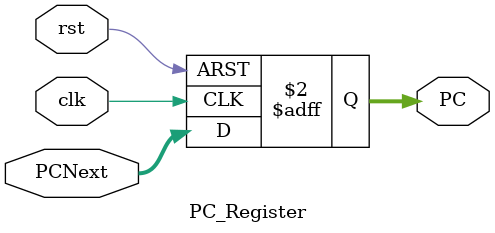
<source format=v>
`define PCDefault 32'd0

module PC_Register(clk, rst, PCNext, PC);
    input clk, rst;
    input [31:0] PCNext;
    output reg [31:0] PC;

    always @(posedge clk or posedge rst) begin
        if (rst)
            PC = `PCDefault;
        else 
            PC = PCNext;
    end

endmodule
</source>
